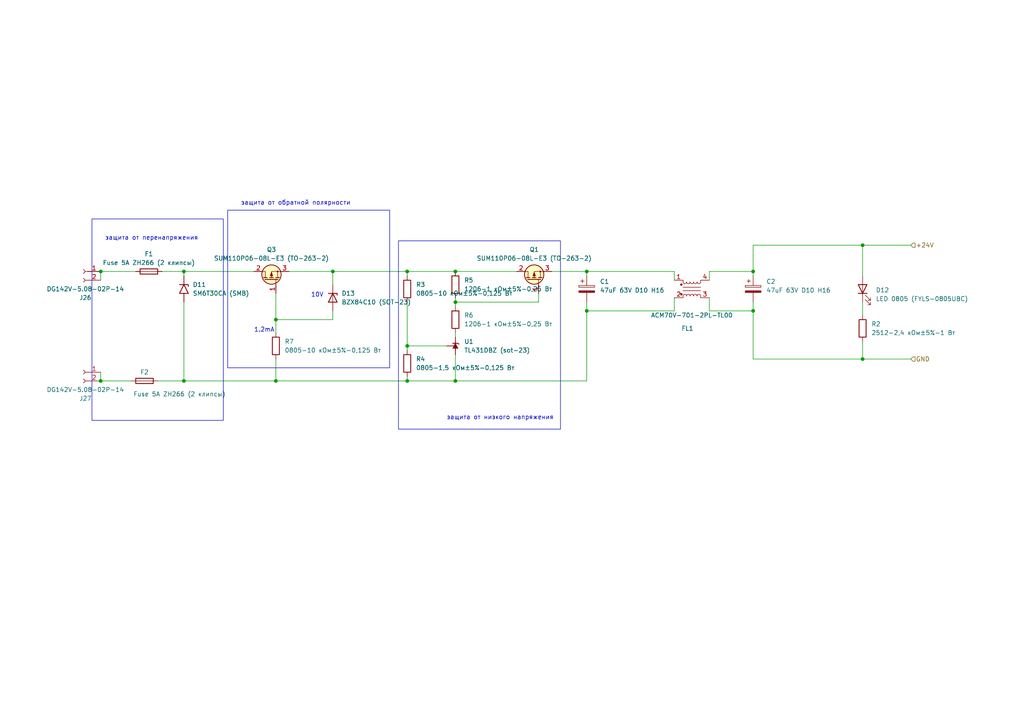
<source format=kicad_sch>
(kicad_sch (version 20230121) (generator eeschema)
  (paper "A4")
  (lib_symbols
    (symbol "Connector:Conn_01x02_Socket" (pin_names (offset 1.016) hide)
      (property "Reference" "J" (at 0 2.54 0))
      (property "Value" "Conn_01x02_Socket" (at 0 -5.08 0))
      (symbol "Conn_01x02_Socket_1_1"
        (arc (start 0 -2.032) (mid -0.5058 -2.54) (end 0 -3.048) (stroke (width 0.1524)))
        (polyline (pts (xy -1.27 -2.54) (xy -0.508 -2.54)) (stroke (width 0.1524)))
        (polyline (pts (xy -1.27 0) (xy -0.508 0)) (stroke (width 0.1524)))
        (arc (start 0 0.508) (mid -0.5058 0) (end 0 -0.508) (stroke (width 0.1524)))
        (pin passive line (at -5.08 0 0) (length 3.81) (name "Pin_1") (number "1"))
        (pin passive line (at -5.08 -2.54 0) (length 3.81) (name "Pin_2") (number "2"))
      )
    )
    (symbol "Device:C_Polarized" (pin_numbers hide) (pin_names (offset 0.254))
      (property "Reference" "C" (at 0.635 2.54 0))
      (property "Value" "C_Polarized" (at 0.635 -2.54 0))
      (symbol "C_Polarized_0_1"
        (rectangle (start -2.286 0.508) (end 2.286 1.016))
        (polyline (pts (xy -1.778 2.286) (xy -0.762 2.286)))
        (polyline (pts (xy -1.27 2.794) (xy -1.27 1.778)))
        (rectangle (start 2.286 -0.508) (end -2.286 -1.016) (fill (type outline)))
      )
      (symbol "C_Polarized_1_1"
        (pin passive line (at 0 3.81 270) (length 2.794) (name "~") (number "1"))
        (pin passive line (at 0 -3.81 90) (length 2.794) (name "~") (number "2"))
      )
    )
    (symbol "Device:Filter_EMI_LL_1423" (pin_names hide)
      (property "Reference" "FL" (at 0 4.445 0))
      (property "Value" "Filter_EMI_LL_1423" (at 0 -4.445 0))
      (symbol "Filter_EMI_LL_1423_0_1"
        (circle (center -3.048 -1.27) (radius 0.254) (fill (type outline)))
        (circle (center -3.048 1.524) (radius 0.254) (fill (type outline)))
        (arc (start -2.54 2.032) (mid -2.032 1.5262) (end -1.524 2.032))
        (arc (start -1.524 -2.032) (mid -2.032 -1.5262) (end -2.54 -2.032))
        (arc (start -1.524 2.032) (mid -1.016 1.5262) (end -0.508 2.032))
        (arc (start -0.508 -2.032) (mid -1.016 -1.5262) (end -1.524 -2.032))
        (arc (start -0.508 2.032) (mid 0 1.5262) (end 0.508 2.032))
        (polyline (pts (xy -2.54 -2.032) (xy -2.54 -2.54)))
        (polyline (pts (xy -2.54 0.508) (xy 2.54 0.508)))
        (polyline (pts (xy -2.54 2.032) (xy -2.54 2.54)))
        (polyline (pts (xy 2.54 -2.032) (xy 2.54 -2.54)))
        (polyline (pts (xy 2.54 -0.508) (xy -2.54 -0.508)))
        (polyline (pts (xy 2.54 2.54) (xy 2.54 2.032)))
        (arc (start 0.508 -2.032) (mid 0 -1.5262) (end -0.508 -2.032))
        (arc (start 0.508 2.032) (mid 1.016 1.5262) (end 1.524 2.032))
        (arc (start 1.524 -2.032) (mid 1.016 -1.5262) (end 0.508 -2.032))
        (arc (start 1.524 2.032) (mid 2.032 1.5262) (end 2.54 2.032))
        (arc (start 2.54 -2.032) (mid 2.032 -1.5262) (end 1.524 -2.032))
      )
      (symbol "Filter_EMI_LL_1423_1_1"
        (pin passive line (at -5.08 -2.54 0) (length 2.54) (name "1") (number "1"))
        (pin passive line (at -5.08 2.54 0) (length 2.54) (name "2") (number "2"))
        (pin passive line (at 5.08 2.54 180) (length 2.54) (name "3") (number "3"))
        (pin passive line (at 5.08 -2.54 180) (length 2.54) (name "4") (number "4"))
      )
    )
    (symbol "Device:Fuse" (pin_numbers hide) (pin_names (offset 0))
      (property "Reference" "F" (at 2.032 0 90))
      (property "Value" "Fuse" (at -1.905 0 90))
      (symbol "Fuse_0_1"
        (rectangle (start -0.762 -2.54) (end 0.762 2.54) (stroke (width 0.254)))
        (polyline (pts (xy 0 2.54) (xy 0 -2.54)))
      )
      (symbol "Fuse_1_1"
        (pin passive line (at 0 3.81 270) (length 1.27) (name "~") (number "1"))
        (pin passive line (at 0 -3.81 90) (length 1.27) (name "~") (number "2"))
      )
    )
    (symbol "Device:LED" (pin_numbers hide) (pin_names (offset 1.016) hide)
      (property "Reference" "D" (at 0 2.54 0))
      (property "Value" "LED" (at 0 -2.54 0))
      (symbol "LED_0_1"
        (polyline (pts (xy -1.27 -1.27) (xy -1.27 1.27)) (stroke (width 0.254)))
        (polyline (pts (xy -1.27 0) (xy 1.27 0)))
        (polyline (pts (xy 1.27 -1.27) (xy 1.27 1.27) (xy -1.27 0) (xy 1.27 -1.27)) (stroke (width 0.254)))
        (polyline (pts (xy -3.048 -0.762) (xy -4.572 -2.286) (xy -3.81 -2.286) (xy -4.572 -2.286) (xy -4.572 -1.524)))
        (polyline (pts (xy -1.778 -0.762) (xy -3.302 -2.286) (xy -2.54 -2.286) (xy -3.302 -2.286) (xy -3.302 -1.524)))
      )
      (symbol "LED_1_1"
        (pin passive line (at -3.81 0 0) (length 2.54) (name "K") (number "1"))
        (pin passive line (at 3.81 0 180) (length 2.54) (name "A") (number "2"))
      )
    )
    (symbol "Device:R" (pin_numbers hide) (pin_names (offset 0))
      (property "Reference" "R" (at 2.032 0 90))
      (property "Value" "R" (at 0 0 90))
      (symbol "R_0_1"
        (rectangle (start -1.016 -2.54) (end 1.016 2.54) (stroke (width 0.254)))
      )
      (symbol "R_1_1"
        (pin passive line (at 0 3.81 270) (length 1.27) (name "~") (number "1"))
        (pin passive line (at 0 -3.81 90) (length 1.27) (name "~") (number "2"))
      )
    )
    (symbol "Diode:BZX84Cxx" (pin_numbers hide) (pin_names hide)
      (property "Reference" "D" (at 0 3.81 0))
      (property "Value" "BZX84Cxx" (at 0 -3.81 0))
      (symbol "BZX84Cxx_0_1"
        (polyline (pts (xy 1.27 0) (xy -1.27 0)))
        (polyline (pts (xy -1.27 -1.27) (xy -1.27 1.27) (xy -0.762 1.27)) (stroke (width 0.254)))
        (polyline (pts (xy 1.27 -1.27) (xy 1.27 1.27) (xy -1.27 0) (xy 1.27 -1.27)) (stroke (width 0.254)))
      )
      (symbol "BZX84Cxx_1_1"
        (pin passive line (at 3.81 0 180) (length 2.54) (name "A") (number "1"))
        (pin no_connect line (at 1.27 0 180) (length 2.54) hide (name "NC") (number "2"))
        (pin passive line (at -3.81 0 0) (length 2.54) (name "K") (number "3"))
      )
    )
    (symbol "Diode:SM6T30A" (pin_numbers hide) (pin_names (offset 1.016) hide)
      (property "Reference" "D" (at 0 2.54 0))
      (property "Value" "SM6T30A" (at 0 -2.54 0))
      (symbol "SM6T30A_0_1"
        (polyline (pts (xy -0.762 1.27) (xy -1.27 1.27) (xy -1.27 -1.27)) (stroke (width 0.254)))
        (polyline (pts (xy 1.27 1.27) (xy 1.27 -1.27) (xy -1.27 0) (xy 1.27 1.27)) (stroke (width 0.254)))
      )
      (symbol "SM6T30A_1_1"
        (pin passive line (at -3.81 0 0) (length 2.54) (name "A1") (number "1"))
        (pin passive line (at 3.81 0 180) (length 2.54) (name "A2") (number "2"))
      )
    )
    (symbol "PCM_Transistor_MOSFET_AKL:SUM110P06-07L" (pin_names hide)
      (property "Reference" "Q" (at 5.08 1.27 0))
      (property "Value" "SUM110P06-07L" (at 5.08 -1.27 0))
      (symbol "SUM110P06-07L_0_1"
        (polyline (pts (xy 0.254 -1.905) (xy 0.254 1.905)) (stroke (width 0.254)))
        (polyline (pts (xy 0.254 1.27) (xy -2.54 1.27)))
        (polyline (pts (xy 0.762 -2.286) (xy 0.762 -1.27)) (stroke (width 0.254)))
        (polyline (pts (xy 0.762 -1.778) (xy 2.54 -1.778)))
        (polyline (pts (xy 0.762 -0.508) (xy 0.762 0.508)) (stroke (width 0.254)))
        (polyline (pts (xy 0.762 1.27) (xy 0.762 2.286)) (stroke (width 0.254)))
        (polyline (pts (xy 0.762 1.778) (xy 2.54 1.778)))
        (polyline (pts (xy 2.54 -2.54) (xy 2.54 -1.778)))
        (polyline (pts (xy 2.54 2.54) (xy 2.54 0) (xy 0.762 0)))
        (polyline (pts (xy 2.286 0) (xy 1.27 -0.381) (xy 1.27 0.381) (xy 2.286 0)) (fill (type outline)))
      )
      (symbol "SUM110P06-07L_1_1"
        (circle (center 1.651 0) (radius 2.794) (stroke (width 0.254)) (fill (type background)))
        (circle (center 2.54 1.778) (radius 0.1778) (fill (type outline)))
        (pin input line (at -3.81 1.27 0) (length 2.54) (name "G") (number "1"))
        (pin passive line (at 2.54 -5.08 90) (length 2.54) (name "D") (number "2"))
        (pin passive line (at 2.54 5.08 270) (length 2.54) (name "S") (number "3"))
      )
    )
    (symbol "Reference_Voltage:TL431DBZ" (pin_numbers hide) (pin_names hide)
      (property "Reference" "U" (at -2.54 2.54 0))
      (property "Value" "TL431DBZ" (at 0 -2.54 0))
      (symbol "TL431DBZ_0_1"
        (polyline (pts (xy -1.27 0) (xy 0 0) (xy 1.27 0)))
        (polyline (pts (xy -0.762 0.762) (xy 0.762 0) (xy -0.762 -0.762)) (fill (type outline)))
        (polyline (pts (xy 0.508 -1.016) (xy 0.762 -0.762) (xy 0.762 0.762) (xy 0.762 0.762)) (stroke (width 0.254)))
      )
      (symbol "TL431DBZ_1_1"
        (pin passive line (at 2.54 0 180) (length 2.54) (name "K") (number "1"))
        (pin passive line (at 0 2.54 270) (length 2.54) (name "REF") (number "2"))
        (pin passive line (at -2.54 0 0) (length 2.54) (name "A") (number "3"))
      )
    )
  )
  (junction (at 96.52 78.74))
  (junction (at 53.34 78.74))
  (junction (at 29.21 78.74))
  (junction (at 218.44 90.17))
  (junction (at 218.44 78.74))
  (junction (at 170.18 90.17))
  (junction (at 250.19 71.12))
  (junction (at 132.08 110.49))
  (junction (at 118.11 78.74))
  (junction (at 132.08 78.74))
  (junction (at 53.34 110.49))
  (junction (at 80.01 110.49))
  (junction (at 29.21 110.49))
  (junction (at 170.18 78.74))
  (junction (at 132.08 87.63))
  (junction (at 118.11 100.33))
  (junction (at 80.01 92.71))
  (junction (at 250.19 104.14))
  (junction (at 118.11 110.49))
  (wire (pts (xy 96.52 78.74) (xy 83.82 78.74)))
  (wire (pts (xy 160.02 78.74) (xy 170.18 78.74)))
  (wire (pts (xy 129.54 100.33) (xy 118.11 100.33)))
  (wire (pts (xy 118.11 110.49) (xy 118.11 109.22)))
  (wire (pts (xy 218.44 104.14) (xy 250.19 104.14)))
  (wire (pts (xy 170.18 110.49) (xy 132.08 110.49)))
  (wire (pts (xy 250.19 71.12) (xy 250.19 80.01)))
  (wire (pts (xy 73.66 78.74) (xy 53.34 78.74)))
  (wire (pts (xy 53.34 78.74) (xy 53.34 80.01)))
  (wire (pts (xy 195.58 86.36) (xy 195.58 90.17)))
  (wire (pts (xy 170.18 80.01) (xy 170.18 78.74)))
  (wire (pts (xy 53.34 87.63) (xy 53.34 110.49)))
  (wire (pts (xy 250.19 104.14) (xy 264.16 104.14)))
  (wire (pts (xy 218.44 71.12) (xy 250.19 71.12)))
  (wire (pts (xy 29.21 78.74) (xy 29.21 81.28)))
  (wire (pts (xy 195.58 78.74) (xy 195.58 81.28)))
  (wire (pts (xy 80.01 104.14) (xy 80.01 110.49)))
  (wire (pts (xy 80.01 110.49) (xy 118.11 110.49)))
  (wire (pts (xy 218.44 87.63) (xy 218.44 90.17)))
  (wire (pts (xy 132.08 87.63) (xy 132.08 86.36)))
  (wire (pts (xy 29.21 110.49) (xy 38.1 110.49)))
  (wire (pts (xy 205.74 86.36) (xy 205.74 90.17)))
  (wire (pts (xy 45.72 110.49) (xy 53.34 110.49)))
  (wire (pts (xy 132.08 110.49) (xy 118.11 110.49)))
  (wire (pts (xy 156.21 85.09) (xy 156.21 87.63)))
  (wire (pts (xy 156.21 87.63) (xy 132.08 87.63)))
  (wire (pts (xy 53.34 110.49) (xy 80.01 110.49)))
  (wire (pts (xy 205.74 78.74) (xy 218.44 78.74)))
  (wire (pts (xy 132.08 78.74) (xy 149.86 78.74)))
  (wire (pts (xy 218.44 71.12) (xy 218.44 78.74)))
  (wire (pts (xy 170.18 90.17) (xy 195.58 90.17)))
  (wire (pts (xy 118.11 78.74) (xy 96.52 78.74)))
  (wire (pts (xy 205.74 81.28) (xy 205.74 78.74)))
  (wire (pts (xy 205.74 90.17) (xy 218.44 90.17)))
  (wire (pts (xy 250.19 71.12) (xy 264.16 71.12)))
  (wire (pts (xy 132.08 102.87) (xy 132.08 110.49)))
  (wire (pts (xy 250.19 87.63) (xy 250.19 91.44)))
  (wire (pts (xy 170.18 90.17) (xy 170.18 110.49)))
  (wire (pts (xy 118.11 78.74) (xy 118.11 80.01)))
  (wire (pts (xy 80.01 92.71) (xy 80.01 96.52)))
  (wire (pts (xy 96.52 92.71) (xy 80.01 92.71)))
  (wire (pts (xy 29.21 107.95) (xy 29.21 110.49)))
  (wire (pts (xy 29.21 78.74) (xy 39.37 78.74)))
  (wire (pts (xy 170.18 78.74) (xy 195.58 78.74)))
  (wire (pts (xy 250.19 99.06) (xy 250.19 104.14)))
  (wire (pts (xy 170.18 87.63) (xy 170.18 90.17)))
  (wire (pts (xy 118.11 87.63) (xy 118.11 100.33)))
  (wire (pts (xy 46.99 78.74) (xy 53.34 78.74)))
  (wire (pts (xy 80.01 85.09) (xy 80.01 92.71)))
  (wire (pts (xy 96.52 78.74) (xy 96.52 82.55)))
  (wire (pts (xy 218.44 80.01) (xy 218.44 78.74)))
  (wire (pts (xy 218.44 104.14) (xy 218.44 90.17)))
  (wire (pts (xy 132.08 78.74) (xy 118.11 78.74)))
  (wire (pts (xy 96.52 90.17) (xy 96.52 92.71)))
  (wire (pts (xy 118.11 100.33) (xy 118.11 101.6)))
  (wire (pts (xy 132.08 88.9) (xy 132.08 87.63)))
  (wire (pts (xy 132.08 97.79) (xy 132.08 96.52)))
  (rectangle (start 115.57 69.85) (end 162.56 124.46))
  (rectangle (start 26.67 63.5) (end 64.77 121.92))
  (rectangle (start 66.04 60.96) (end 113.03 106.68))
  (text "защита от обратной полярности" (at 69.85 59.69 0) (effects (font (size 1.27 1.27)) (justify left bottom)))
  (text "10V" (at 90.17 86.36 0) (effects (font (size 1.27 1.27)) (justify left bottom)))
  (text "защита от низкого напряжения" (at 129.54 121.92 0) (effects (font (size 1.27 1.27)) (justify left bottom)))
  (text "защита от перенапряжения\n" (at 30.48 69.85 0) (effects (font (size 1.27 1.27)) (justify left bottom)))
  (text "1.2mA" (at 73.66 96.52 0) (effects (font (size 1.27 1.27)) (justify left bottom)))
  (hierarchical_label "GND" (shape input) (at 264.16 104.14 0))
  (hierarchical_label "+24V" (shape input) (at 264.16 71.12 0))
  (symbol (lib_id "Connector:Conn_01x02_Socket") (at 24.13 107.95 0) (mirror y) (unit 1)
    (property "Reference" "J27" (at 24.765 115.57 0))
    (property "Value" "DG142V-5.08-02P-14" (at 24.765 113.03 0))
    (property "Footprint" "Connector:DG142V-5.08-02P-14" (effects hide))
  )
  (symbol (lib_id "Device:R") (at 132.08 82.55 0) (unit 1)
    (property "Reference" "R5" (at 134.62 81.28 0) (effects (justify left)))
    (property "Value" "1206-1 кОм±5%-0,25 Вт" (at 134.62 83.82 0) (effects (justify left)))
    (property "Footprint" "PCM_Resistor_SMD_AKL:R_1206_3216Metric_Pad1.42x1.75mm_HandSolder" (effects hide))
  )
  (symbol (lib_id "Device:R") (at 118.11 105.41 0) (unit 1)
    (property "Reference" "R4" (at 120.65 104.14 0) (effects (justify left)))
    (property "Value" "0805-1,5 кОм±5%-0,125 Вт" (at 120.65 106.68 0) (effects (justify left)))
    (property "Footprint" "PCM_Resistor_SMD_AKL:R_0805_2012Metric_Pad1.20x1.40mm_HandSolder" (effects hide))
  )
  (symbol (lib_id "Device:C_Polarized") (at 170.18 83.82 0) (unit 1)
    (property "Reference" "C1" (at 173.99 81.661 0) (effects (justify left)))
    (property "Value" "47uF 63V D10 H16" (at 173.99 84.201 0) (effects (justify left)))
    (property "Footprint" "PCM_Capacitor_THT_AKL_Double:CP_Radial_D10.0mm_P5.00mm" (effects hide))
  )
  (symbol (lib_id "Device:Filter_EMI_LL_1423") (at 200.66 83.82 0) (mirror x) (unit 1)
    (property "Reference" "FL1" (at 199.39 95.25 0))
    (property "Value" "ACM70V-701-2PL-TL00" (at 200.66 91.44 0))
    (property "Footprint" "Filter:ACM12V" (effects hide))
  )
  (symbol (lib_id "Device:R") (at 118.11 83.82 0) (unit 1)
    (property "Reference" "R3" (at 120.65 82.55 0) (effects (justify left)))
    (property "Value" "0805-10 кОм±5%-0,125 Вт" (at 120.65 85.09 0) (effects (justify left)))
    (property "Footprint" "PCM_Resistor_SMD_AKL:R_0805_2012Metric_Pad1.20x1.40mm_HandSolder" (effects hide))
  )
  (symbol (lib_id "Device:C_Polarized") (at 218.44 83.82 0) (unit 1)
    (property "Reference" "C2" (at 222.25 81.661 0) (effects (justify left)))
    (property "Value" "47uF 63V D10 H16" (at 222.25 84.201 0) (effects (justify left)))
    (property "Footprint" "PCM_Capacitor_THT_AKL_Double:CP_Radial_D10.0mm_P5.00mm" (effects hide))
  )
  (symbol (lib_id "Device:Fuse") (at 43.18 78.74 270) (unit 1)
    (property "Reference" "F1" (at 43.18 73.66 90))
    (property "Value" "Fuse 5A ZH266 (2 клипсы)" (at 43.18 76.2 90))
    (property "Footprint" "Fuse:Fuseholder_100_series_5x20mm_D1,5" (effects hide))
    (instances (project "motherboard" (path "" (reference "F1") (unit 1))) (project "Плата симистров" (path "" (reference "F5") (unit 1))))
  )
  (symbol (lib_id "Device:R") (at 250.19 95.25 0) (unit 1)
    (property "Reference" "R2" (at 252.73 93.98 0) (effects (justify left)))
    (property "Value" "2512-2,4 кОм±5%-1 Вт" (at 252.73 96.52 0) (effects (justify left)))
    (property "Footprint" "PCM_Resistor_SMD_AKL:R_2512_6332Metric_Pad1.52x3.35mm_HandSolder" (effects hide))
  )
  (symbol (lib_id "Diode:BZX84Cxx") (at 96.52 86.36 270) (unit 1)
    (property "Reference" "D13" (at 99.06 85.09 90) (effects (justify left)))
    (property "Value" "BZX84C10 (SOT-23)" (at 99.06 87.63 90) (effects (justify left)))
    (property "Footprint" "Package_TO_SOT_SMD:SOT-23" (effects hide))
    (property "Datasheet" "https://diotec.com/tl_files/diotec/files/pdf/datasheets/bzx84c2v4.pdf" (effects hide))
  )
  (symbol (lib_id "Diode:SM6T30A") (at 53.34 83.82 270) (unit 1)
    (property "Reference" "D11" (at 55.88 82.55 90) (effects (justify left)))
    (property "Value" "SM6T30CA (SMB)" (at 55.88 85.09 90) (effects (justify left)))
    (property "Footprint" "Diode_SMD:D_SMB" (effects hide))
    (property "Datasheet" "https://www.st.com/resource/en/datasheet/sm6t.pdf" (effects hide))
  )
  (symbol (lib_id "Device:Fuse") (at 41.91 110.49 270) (unit 1)
    (property "Reference" "F2" (at 41.91 107.95 90))
    (property "Value" "Fuse 5A ZH266 (2 клипсы)" (at 52.07 114.3 90))
    (property "Footprint" "Fuse:Fuseholder_100_series_5x20mm_D1,5" (effects hide))
    (instances (project "motherboard" (path "" (reference "F2") (unit 1))) (project "Плата симистров" (path "" (reference "F5") (unit 1))))
  )
  (symbol (lib_id "Device:LED") (at 250.19 83.82 90) (unit 1)
    (property "Reference" "D12" (at 254 84.1375 90) (effects (justify right)))
    (property "Value" "LED 0805 (FYLS-0805UBC)" (at 254 86.6775 90) (effects (justify right)))
    (property "Footprint" "LED_SMD:LED_0805_2012Metric_Pad1.15x1.40mm_HandSolder" (effects hide))
  )
  (symbol (lib_id "Reference_Voltage:TL431DBZ") (at 132.08 100.33 90) (unit 1)
    (property "Reference" "U1" (at 134.62 99.06 90) (effects (justify right)))
    (property "Value" "TL431DBZ (sot-23)" (at 134.62 101.6 90) (effects (justify right)))
    (property "Footprint" "Package_TO_SOT_SMD:SOT-23" (effects hide))
    (property "Datasheet" "http://www.ti.com/lit/ds/symlink/tl431.pdf" (effects hide))
  )
  (symbol (lib_id "Device:R") (at 132.08 92.71 0) (unit 1)
    (property "Reference" "R6" (at 134.62 91.44 0) (effects (justify left)))
    (property "Value" "1206-1 кОм±5%-0,25 Вт" (at 134.62 93.98 0) (effects (justify left)))
    (property "Footprint" "PCM_Resistor_SMD_AKL:R_1206_3216Metric_Pad1.42x1.75mm_HandSolder" (effects hide))
  )
  (symbol (lib_id "PCM_Transistor_MOSFET_AKL:SUM110P06-07L") (at 78.74 81.28 270) (mirror x) (unit 1)
    (property "Reference" "Q3" (at 78.74 72.39 90))
    (property "Value" "SUM110P06-08L-E3 (TO-263-2)" (at 78.74 74.93 90))
    (property "Footprint" "PCM_Package_TO_SOT_SMD_AKL:TO-263-2" (effects hide))
    (property "Datasheet" "https://www.tme.eu/Document/133f1737b7e12eb20457a6d254c73e01/sum110p06-07l.pdf" (effects hide))
  )
  (symbol (lib_id "PCM_Transistor_MOSFET_AKL:SUM110P06-07L") (at 154.94 81.28 270) (mirror x) (unit 1)
    (property "Reference" "Q1" (at 154.94 72.39 90))
    (property "Value" "SUM110P06-08L-E3 (TO-263-2)" (at 154.94 74.93 90))
    (property "Footprint" "PCM_Package_TO_SOT_SMD_AKL:TO-263-2" (effects hide))
    (property "Datasheet" "https://www.tme.eu/Document/133f1737b7e12eb20457a6d254c73e01/sum110p06-07l.pdf" (effects hide))
  )
  (symbol (lib_id "Connector:Conn_01x02_Socket") (at 24.13 78.74 0) (mirror y) (unit 1)
    (property "Reference" "J26" (at 24.765 86.36 0))
    (property "Value" "DG142V-5.08-02P-14" (at 24.765 83.82 0))
    (property "Footprint" "Connector:DG142V-5.08-02P-14" (effects hide))
  )
  (symbol (lib_id "Device:R") (at 80.01 100.33 0) (unit 1)
    (property "Reference" "R7" (at 82.55 99.06 0) (effects (justify left)))
    (property "Value" "0805-10 кОм±5%-0,125 Вт" (at 82.55 101.6 0) (effects (justify left)))
    (property "Footprint" "PCM_Resistor_SMD_AKL:R_0805_2012Metric_Pad1.20x1.40mm_HandSolder" (effects hide))
  )
)
</source>
